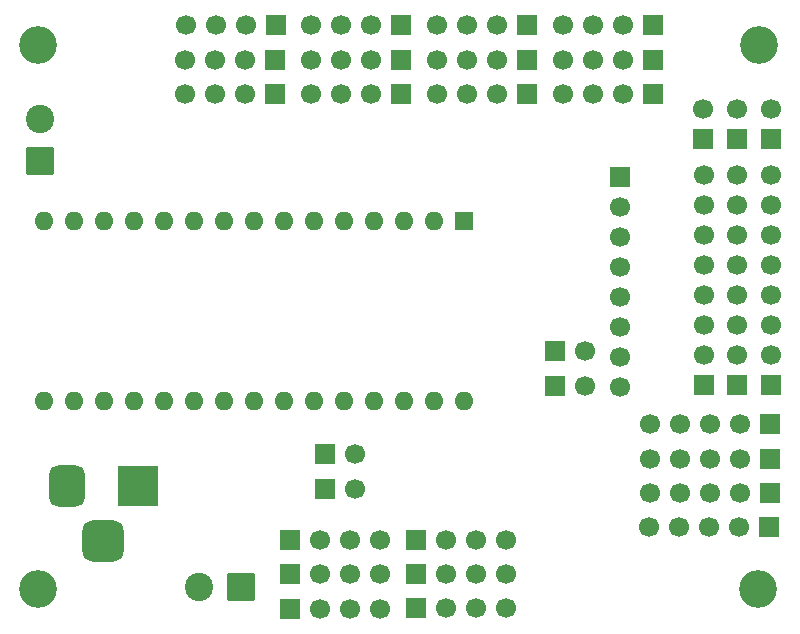
<source format=gbr>
%TF.GenerationSoftware,KiCad,Pcbnew,9.0.1*%
%TF.CreationDate,2025-05-07T00:20:05-04:00*%
%TF.ProjectId,nano-shield,6e616e6f-2d73-4686-9965-6c642e6b6963,rev?*%
%TF.SameCoordinates,Original*%
%TF.FileFunction,Soldermask,Bot*%
%TF.FilePolarity,Negative*%
%FSLAX46Y46*%
G04 Gerber Fmt 4.6, Leading zero omitted, Abs format (unit mm)*
G04 Created by KiCad (PCBNEW 9.0.1) date 2025-05-07 00:20:05*
%MOMM*%
%LPD*%
G01*
G04 APERTURE LIST*
G04 Aperture macros list*
%AMRoundRect*
0 Rectangle with rounded corners*
0 $1 Rounding radius*
0 $2 $3 $4 $5 $6 $7 $8 $9 X,Y pos of 4 corners*
0 Add a 4 corners polygon primitive as box body*
4,1,4,$2,$3,$4,$5,$6,$7,$8,$9,$2,$3,0*
0 Add four circle primitives for the rounded corners*
1,1,$1+$1,$2,$3*
1,1,$1+$1,$4,$5*
1,1,$1+$1,$6,$7*
1,1,$1+$1,$8,$9*
0 Add four rect primitives between the rounded corners*
20,1,$1+$1,$2,$3,$4,$5,0*
20,1,$1+$1,$4,$5,$6,$7,0*
20,1,$1+$1,$6,$7,$8,$9,0*
20,1,$1+$1,$8,$9,$2,$3,0*%
G04 Aperture macros list end*
%ADD10R,1.700000X1.700000*%
%ADD11C,1.700000*%
%ADD12R,1.600000X1.600000*%
%ADD13O,1.600000X1.600000*%
%ADD14C,3.200000*%
%ADD15RoundRect,0.250001X0.949999X0.949999X-0.949999X0.949999X-0.949999X-0.949999X0.949999X-0.949999X0*%
%ADD16C,2.400000*%
%ADD17R,3.500000X3.500000*%
%ADD18RoundRect,0.750000X-0.750000X-1.000000X0.750000X-1.000000X0.750000X1.000000X-0.750000X1.000000X0*%
%ADD19RoundRect,0.875000X-0.875000X-0.875000X0.875000X-0.875000X0.875000X0.875000X-0.875000X0.875000X0*%
%ADD20RoundRect,0.250001X0.949999X-0.949999X0.949999X0.949999X-0.949999X0.949999X-0.949999X-0.949999X0*%
G04 APERTURE END LIST*
D10*
%TO.C,J15*%
X144905000Y-59605000D03*
D11*
X142365000Y-59605000D03*
X139825000Y-59605000D03*
X137285000Y-59605000D03*
%TD*%
D10*
%TO.C,J4*%
X123620000Y-53795000D03*
D11*
X121080000Y-53795000D03*
X118540000Y-53795000D03*
X116000000Y-53795000D03*
%TD*%
D10*
%TO.C,J24*%
X165450000Y-87590000D03*
D11*
X162910000Y-87590000D03*
X160370000Y-87590000D03*
X157830000Y-87590000D03*
X155290000Y-87590000D03*
%TD*%
D10*
%TO.C,J27*%
X124820000Y-97390000D03*
D11*
X127360000Y-97390000D03*
X129900000Y-97390000D03*
X132440000Y-97390000D03*
%TD*%
D10*
%TO.C,J21*%
X165450000Y-90500000D03*
D11*
X162910000Y-90500000D03*
X160370000Y-90500000D03*
X157830000Y-90500000D03*
X155290000Y-90500000D03*
%TD*%
D12*
%TO.C,A1*%
X139550000Y-70390000D03*
D13*
X137010000Y-70390000D03*
X134470000Y-70390000D03*
X131930000Y-70390000D03*
X129390000Y-70390000D03*
X126850000Y-70390000D03*
X124310000Y-70390000D03*
X121770000Y-70390000D03*
X119230000Y-70390000D03*
X116690000Y-70390000D03*
X114150000Y-70390000D03*
X111610000Y-70390000D03*
X109070000Y-70390000D03*
X106530000Y-70390000D03*
X103990000Y-70390000D03*
X103990000Y-85630000D03*
X106530000Y-85630000D03*
X109070000Y-85630000D03*
X111610000Y-85630000D03*
X114150000Y-85630000D03*
X116690000Y-85630000D03*
X119230000Y-85630000D03*
X121770000Y-85630000D03*
X124310000Y-85630000D03*
X126850000Y-85630000D03*
X129390000Y-85630000D03*
X131930000Y-85630000D03*
X134470000Y-85630000D03*
X137010000Y-85630000D03*
X139550000Y-85630000D03*
%TD*%
D10*
%TO.C,J6*%
X165600000Y-63460000D03*
D11*
X165600000Y-60920000D03*
%TD*%
D14*
%TO.C,REF\u002A\u002A*%
X103500000Y-101500000D03*
%TD*%
D10*
%TO.C,J35*%
X124800000Y-103210000D03*
D11*
X127340000Y-103210000D03*
X129880000Y-103210000D03*
X132420000Y-103210000D03*
%TD*%
D10*
%TO.C,J36*%
X135500000Y-103160000D03*
D11*
X138040000Y-103160000D03*
X140580000Y-103160000D03*
X143120000Y-103160000D03*
%TD*%
D10*
%TO.C,J32*%
X135500000Y-100250000D03*
D11*
X138040000Y-100250000D03*
X140580000Y-100250000D03*
X143120000Y-100250000D03*
%TD*%
D10*
%TO.C,J18*%
X162710000Y-84220000D03*
D11*
X162710000Y-81680000D03*
X162710000Y-79140000D03*
X162710000Y-76600000D03*
X162710000Y-74060000D03*
X162710000Y-71520000D03*
X162710000Y-68980000D03*
X162710000Y-66440000D03*
%TD*%
D15*
%TO.C,J33*%
X120650000Y-101332500D03*
D16*
X117150000Y-101332500D03*
%TD*%
D10*
%TO.C,J3*%
X134255000Y-53805000D03*
D11*
X131715000Y-53805000D03*
X129175000Y-53805000D03*
X126635000Y-53805000D03*
%TD*%
D10*
%TO.C,J2*%
X144905000Y-53805000D03*
D11*
X142365000Y-53805000D03*
X139825000Y-53805000D03*
X137285000Y-53805000D03*
%TD*%
D10*
%TO.C,J22*%
X147300000Y-84370000D03*
D11*
X149840000Y-84370000D03*
%TD*%
D14*
%TO.C,REF\u002A\u002A*%
X164500000Y-101500000D03*
%TD*%
D10*
%TO.C,J12*%
X165540000Y-84220000D03*
D11*
X165540000Y-81680000D03*
X165540000Y-79140000D03*
X165540000Y-76600000D03*
X165540000Y-74060000D03*
X165540000Y-71520000D03*
X165540000Y-68980000D03*
X165540000Y-66440000D03*
%TD*%
D10*
%TO.C,J34*%
X165440000Y-93410000D03*
D11*
X162900000Y-93410000D03*
X160360000Y-93410000D03*
X157820000Y-93410000D03*
X155280000Y-93410000D03*
%TD*%
D10*
%TO.C,J10*%
X134250000Y-56705000D03*
D11*
X131710000Y-56705000D03*
X129170000Y-56705000D03*
X126630000Y-56705000D03*
%TD*%
D10*
%TO.C,J20*%
X159880000Y-84220000D03*
D11*
X159880000Y-81680000D03*
X159880000Y-79140000D03*
X159880000Y-76600000D03*
X159880000Y-74060000D03*
X159880000Y-71520000D03*
X159880000Y-68980000D03*
X159880000Y-66440000D03*
%TD*%
D10*
%TO.C,J25*%
X127800000Y-90100000D03*
D11*
X130340000Y-90100000D03*
%TD*%
D10*
%TO.C,J14*%
X155555000Y-59605000D03*
D11*
X153015000Y-59605000D03*
X150475000Y-59605000D03*
X147935000Y-59605000D03*
%TD*%
D17*
%TO.C,J7*%
X112000000Y-92800000D03*
D18*
X106000000Y-92800000D03*
D19*
X109000000Y-97500000D03*
%TD*%
D10*
%TO.C,J31*%
X124810000Y-100300000D03*
D11*
X127350000Y-100300000D03*
X129890000Y-100300000D03*
X132430000Y-100300000D03*
%TD*%
D10*
%TO.C,J19*%
X159810000Y-63450000D03*
D11*
X159810000Y-60910000D03*
%TD*%
D14*
%TO.C,REF\u002A\u002A*%
X164510000Y-55490000D03*
%TD*%
D10*
%TO.C,J28*%
X135510000Y-97340000D03*
D11*
X138050000Y-97340000D03*
X140590000Y-97340000D03*
X143130000Y-97340000D03*
%TD*%
D14*
%TO.C,REF\u002A\u002A*%
X103500000Y-55500000D03*
%TD*%
D10*
%TO.C,J1*%
X155565000Y-53805000D03*
D11*
X153025000Y-53805000D03*
X150485000Y-53805000D03*
X147945000Y-53805000D03*
%TD*%
D10*
%TO.C,J26*%
X127780000Y-93100000D03*
D11*
X130320000Y-93100000D03*
%TD*%
D10*
%TO.C,J23*%
X147310000Y-81410000D03*
D11*
X149850000Y-81410000D03*
%TD*%
D10*
%TO.C,J17*%
X123610000Y-59615000D03*
D11*
X121070000Y-59615000D03*
X118530000Y-59615000D03*
X115990000Y-59615000D03*
%TD*%
D10*
%TO.C,J16*%
X134250000Y-59610000D03*
D11*
X131710000Y-59610000D03*
X129170000Y-59610000D03*
X126630000Y-59610000D03*
%TD*%
D10*
%TO.C,J11*%
X123610000Y-56705000D03*
D11*
X121070000Y-56705000D03*
X118530000Y-56705000D03*
X115990000Y-56705000D03*
%TD*%
D10*
%TO.C,J30*%
X165430000Y-96320000D03*
D11*
X162890000Y-96320000D03*
X160350000Y-96320000D03*
X157810000Y-96320000D03*
X155270000Y-96320000D03*
%TD*%
D10*
%TO.C,J29*%
X152780000Y-66640000D03*
D11*
X152780000Y-69180000D03*
X152780000Y-71720000D03*
X152780000Y-74260000D03*
X152780000Y-76800000D03*
X152780000Y-79340000D03*
X152780000Y-81880000D03*
X152780000Y-84420000D03*
%TD*%
D10*
%TO.C,J8*%
X155565000Y-56705000D03*
D11*
X153025000Y-56705000D03*
X150485000Y-56705000D03*
X147945000Y-56705000D03*
%TD*%
D10*
%TO.C,J13*%
X162710000Y-63460000D03*
D11*
X162710000Y-60920000D03*
%TD*%
D20*
%TO.C,J5*%
X103700000Y-65250000D03*
D16*
X103700000Y-61750000D03*
%TD*%
D10*
%TO.C,J9*%
X144915000Y-56705000D03*
D11*
X142375000Y-56705000D03*
X139835000Y-56705000D03*
X137295000Y-56705000D03*
%TD*%
M02*

</source>
